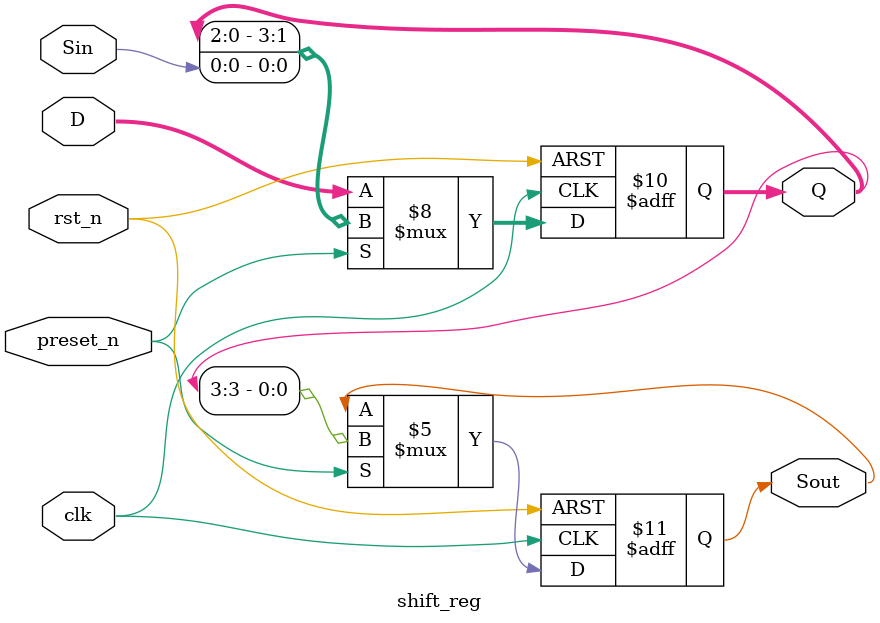
<source format=v>
module shift_reg(clk, rst_n, preset_n, D, Sin, Q, Sout);
  input clk, rst_n, preset_n;
  input [3:0] D;
  input Sin;
  output reg [3:0] Q;
  output reg Sout;
  
  always @(posedge clk or negedge rst_n)
  begin
  // -------- insert your code here ------------
    if(!rst_n)
    begin
      Q <= 4'b0;
      Sout <= 1'b0;
    end
    else
    begin
      if(!preset_n)
      begin
        Q <= D;
        Sout <= Sout;
      end
      else
        {Sout, Q} <= {Q, Sin};
    end
  // -------------------------------------------
  end


endmodule
</source>
